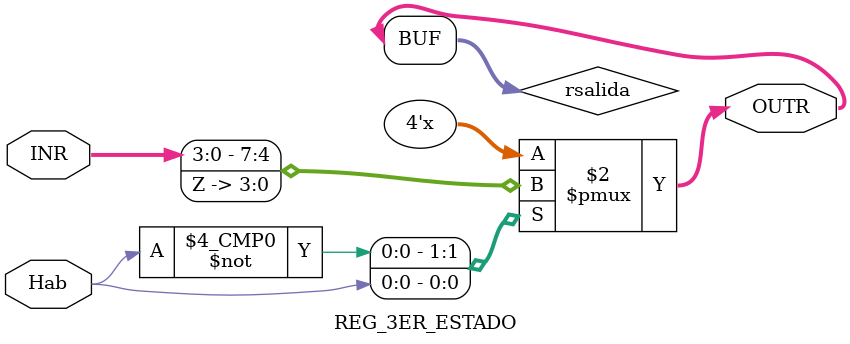
<source format=v>
`timescale 1ns / 1ps
module REG_3ER_ESTADO(INR, Hab, OUTR);
    input  [3:0] INR;
    input        Hab;
    output [3:0] OUTR;
	 reg 	  [3:0] rsalida;
	 
	 always @ (INR,Hab)
	 begin
		case(Hab)
			1'b0:rsalida=INR;
			1'b1:rsalida=4'bzzzz;
		endcase
	 end
	 assign OUTR =rsalida;
endmodule

</source>
